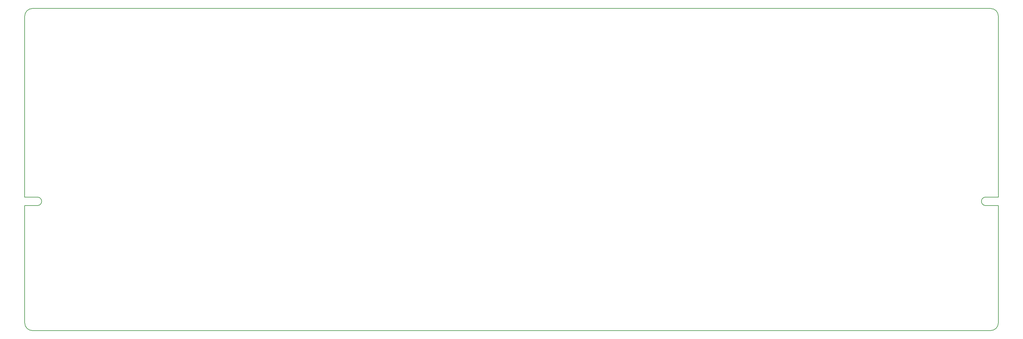
<source format=gm1>
%TF.GenerationSoftware,KiCad,Pcbnew,(6.0.4)*%
%TF.CreationDate,2022-09-08T11:43:24+01:00*%
%TF.ProjectId,nova75,6e6f7661-3735-42e6-9b69-6361645f7063,rev?*%
%TF.SameCoordinates,Original*%
%TF.FileFunction,Profile,NP*%
%FSLAX46Y46*%
G04 Gerber Fmt 4.6, Leading zero omitted, Abs format (unit mm)*
G04 Created by KiCad (PCBNEW (6.0.4)) date 2022-09-08 11:43:24*
%MOMM*%
%LPD*%
G01*
G04 APERTURE LIST*
%TA.AperFunction,Profile*%
%ADD10C,0.200000*%
%TD*%
G04 APERTURE END LIST*
D10*
X309984710Y-109139059D02*
X313688225Y-109139059D01*
X28988225Y-106642675D02*
X28988225Y-53742629D01*
X271990120Y-51492629D02*
X218938225Y-51498879D01*
X189748831Y-51492629D02*
X152927619Y-51492629D01*
X305834774Y-145692629D02*
X265948831Y-145692629D01*
X84973831Y-145692629D02*
X45087888Y-145692629D01*
X309984710Y-106639059D02*
X313688225Y-106639059D01*
X31238225Y-51492625D02*
G75*
G03*
X28988225Y-53742629I5J-2250005D01*
G01*
X152927619Y-51492629D02*
X123738225Y-51498879D01*
X189748831Y-51492629D02*
X218938225Y-51498879D01*
X309984710Y-106639141D02*
G75*
G03*
X309984710Y-109139059I-10J-1249959D01*
G01*
X313688225Y-143442629D02*
X313688225Y-109139059D01*
X32699418Y-106642675D02*
X28988225Y-106642675D01*
X32699418Y-109142685D02*
G75*
G03*
X32699418Y-106642675I2J1250005D01*
G01*
X28988225Y-143442629D02*
X28988225Y-109142675D01*
X305834774Y-51492629D02*
X271990120Y-51492629D01*
X311438225Y-145692625D02*
G75*
G03*
X313688225Y-143442629I75J2249925D01*
G01*
X62440118Y-51492629D02*
X31238225Y-51492629D01*
X305834774Y-51492629D02*
X311438225Y-51492629D01*
X218738226Y-145698879D02*
X123938225Y-145698879D01*
X123938225Y-145698879D02*
X84973831Y-145692629D01*
X28988171Y-143442629D02*
G75*
G03*
X31238225Y-145692629I2250029J29D01*
G01*
X218738226Y-145698879D02*
X265948831Y-145692629D01*
X123738225Y-51498879D02*
X62440118Y-51492629D01*
X305834774Y-145692629D02*
X311438225Y-145692629D01*
X313688225Y-106639059D02*
X313688225Y-53742629D01*
X45087888Y-145692629D02*
X31238225Y-145692629D01*
X313688271Y-53742629D02*
G75*
G03*
X311438225Y-51492629I-2249971J29D01*
G01*
X32699418Y-109142675D02*
X28988225Y-109142675D01*
M02*

</source>
